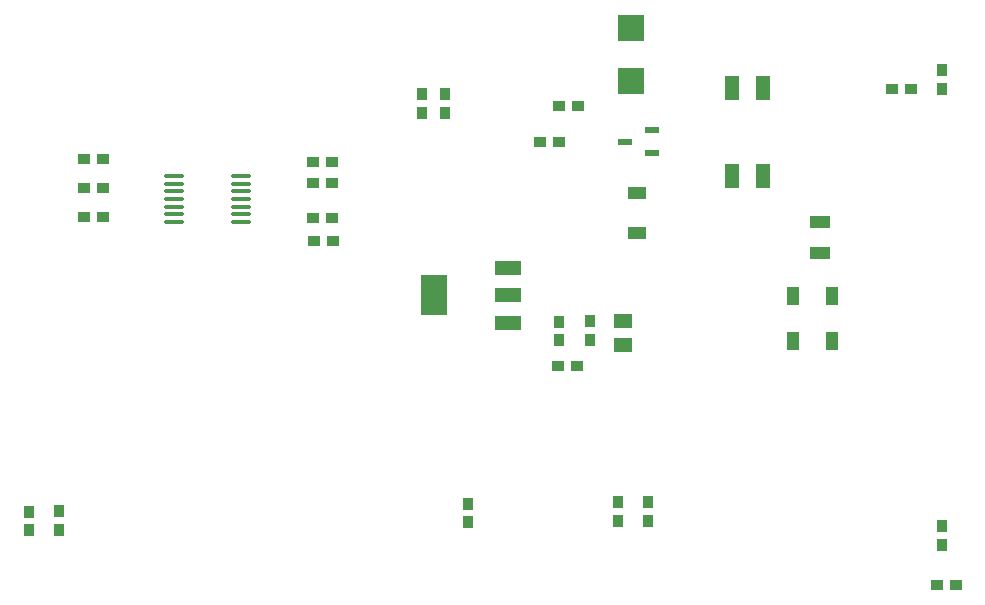
<source format=gtp>
%FSTAX24Y24*%
%MOMM*%
%SFA1B1*%

%IPPOS*%
%ADD10R,2.199996X1.199998*%
%ADD11R,2.199996X3.499993*%
%ADD12R,1.699997X1.099998*%
%ADD13R,0.999998X0.949998*%
%ADD14R,0.949998X0.999998*%
%ADD15R,1.149998X0.599999*%
%ADD16O,1.699997X0.349999*%
%ADD17R,1.599997X1.269997*%
%ADD18R,1.649997X1.099998*%
%ADD19R,1.099998X1.649997*%
%ADD20R,1.199998X1.999996*%
%ADD21R,2.299995X2.299995*%
%LNgateway-1*%
%LPD*%
G54D10*
X467999Y260999D03*
Y283999D03*
Y306999D03*
G54D11*
X405999Y283999D03*
G54D12*
X732499Y346499D03*
Y319499D03*
G54D13*
X318999Y378799D03*
X302999D03*
Y397199D03*
X318999D03*
X319799Y329999D03*
X303799D03*
X303499Y349199D03*
X319499D03*
X108999Y399699D03*
X124999D03*
Y374499D03*
X108999D03*
X831799Y038799D03*
X847799D03*
X125499Y349999D03*
X109499D03*
X526699Y224199D03*
X510799D03*
X511699Y4445D03*
X527799D03*
X4953Y413999D03*
X511199D03*
X793799Y458799D03*
X809699D03*
G54D14*
X415299Y454699D03*
Y438799D03*
X586699Y092699D03*
Y108799D03*
X561199Y092699D03*
Y108799D03*
X836099Y088799D03*
Y072799D03*
X395799Y454699D03*
Y438799D03*
X835499Y458799D03*
Y474699D03*
X511199Y245799D03*
Y261699D03*
X537799Y262299D03*
Y246199D03*
X088499Y085499D03*
Y101499D03*
X062799Y084999D03*
Y100999D03*
X434199Y091799D03*
Y107699D03*
G54D15*
X567499Y414199D03*
X589999Y423799D03*
Y404699D03*
G54D16*
X242299Y345999D03*
Y352499D03*
Y358999D03*
Y365499D03*
Y371999D03*
Y378499D03*
Y384999D03*
X185199Y345999D03*
Y352499D03*
Y358999D03*
Y365499D03*
Y371999D03*
Y378499D03*
Y384999D03*
G54D17*
X565499Y242299D03*
Y262699D03*
G54D18*
X577199Y370299D03*
Y337199D03*
G54D19*
X742199Y245199D03*
X709299D03*
X742199Y283299D03*
X709299D03*
G54D20*
X684399Y459799D03*
Y384699D03*
X658299Y459799D03*
Y384699D03*
G54D21*
X571999Y465299D03*
Y510299D03*
M02*
</source>
